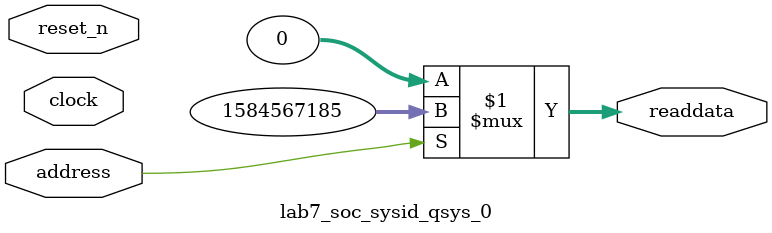
<source format=v>



// synthesis translate_off
`timescale 1ns / 1ps
// synthesis translate_on

// turn off superfluous verilog processor warnings 
// altera message_level Level1 
// altera message_off 10034 10035 10036 10037 10230 10240 10030 

module lab7_soc_sysid_qsys_0 (
               // inputs:
                address,
                clock,
                reset_n,

               // outputs:
                readdata
             )
;

  output  [ 31: 0] readdata;
  input            address;
  input            clock;
  input            reset_n;

  wire    [ 31: 0] readdata;
  //control_slave, which is an e_avalon_slave
  assign readdata = address ? 1584567185 : 0;

endmodule



</source>
